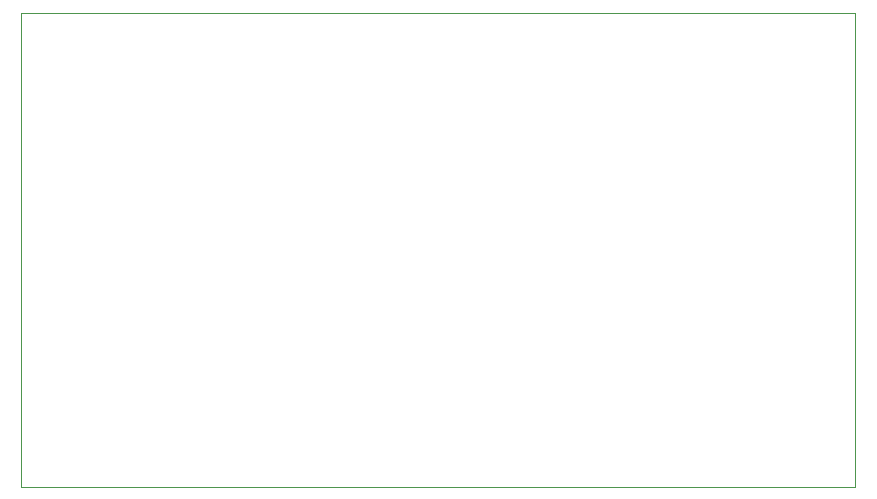
<source format=gbr>
G04 #@! TF.FileFunction,Profile,NP*
%FSLAX46Y46*%
G04 Gerber Fmt 4.6, Leading zero omitted, Abs format (unit mm)*
G04 Created by KiCad (PCBNEW 0.201502191246+5431~21~ubuntu14.04.1-product) date Pá 20. únor 2015, 00:49:54 CET*
%MOMM*%
G01*
G04 APERTURE LIST*
%ADD10C,0.100000*%
G04 APERTURE END LIST*
D10*
X256000Y256000D02*
X256000Y40384000D01*
X256000Y256000D02*
X70864000Y256000D01*
X70864000Y256000D02*
X70864000Y40384000D01*
X256000Y40384000D02*
X70864000Y40384000D01*
M02*

</source>
